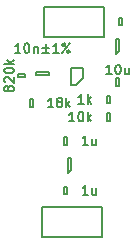
<source format=gto>
G04 #@! TF.FileFunction,Legend,Top*
%FSLAX46Y46*%
G04 Gerber Fmt 4.6, Leading zero omitted, Abs format (unit mm)*
G04 Created by KiCad (PCBNEW (2016-06-01 BZR 6870, Git 0ccd3bb)-product) date 07/21/16 14:30:39*
%MOMM*%
%LPD*%
G01*
G04 APERTURE LIST*
%ADD10C,0.150000*%
G04 APERTURE END LIST*
D10*
X66350000Y-36900000D02*
X65950000Y-36900000D01*
X65950000Y-36900000D02*
X65950000Y-35400000D01*
X65950000Y-35400000D02*
X66950000Y-35400000D01*
X66950000Y-35400000D02*
X66950000Y-36300000D01*
X66950000Y-36300000D02*
X66350000Y-36900000D01*
X69775000Y-34250000D02*
X69775000Y-34250000D01*
X69775000Y-34250000D02*
X69775000Y-32950000D01*
X69775000Y-32950000D02*
X70025000Y-32950000D01*
X70025000Y-32950000D02*
X70025000Y-34000000D01*
X70025000Y-34000000D02*
X69775000Y-34250000D01*
X64050000Y-35775000D02*
X64050000Y-36025000D01*
X64050000Y-36025000D02*
X62950000Y-36025000D01*
X62950000Y-36025000D02*
X62950000Y-35775000D01*
X62950000Y-35775000D02*
X64050000Y-35775000D01*
X68975000Y-37775000D02*
X69225000Y-37775000D01*
X69225000Y-37775000D02*
X69225000Y-38425000D01*
X69225000Y-38425000D02*
X68975000Y-38425000D01*
X68975000Y-38425000D02*
X68975000Y-37775000D01*
X61425000Y-36225000D02*
X61425000Y-35975000D01*
X61425000Y-35975000D02*
X62075000Y-35975000D01*
X62075000Y-35975000D02*
X62075000Y-36225000D01*
X62075000Y-36225000D02*
X61425000Y-36225000D01*
X69975000Y-31175000D02*
X70225000Y-31175000D01*
X70225000Y-31175000D02*
X70225000Y-31825000D01*
X70225000Y-31825000D02*
X69975000Y-31825000D01*
X69975000Y-31825000D02*
X69975000Y-31175000D01*
X68975000Y-39275000D02*
X69225000Y-39275000D01*
X69225000Y-39275000D02*
X69225000Y-39925000D01*
X69225000Y-39925000D02*
X68975000Y-39925000D01*
X68975000Y-39925000D02*
X68975000Y-39275000D01*
X62675000Y-38725000D02*
X62425000Y-38725000D01*
X62425000Y-38725000D02*
X62425000Y-38075000D01*
X62425000Y-38075000D02*
X62675000Y-38075000D01*
X62675000Y-38075000D02*
X62675000Y-38725000D01*
X69775000Y-36275000D02*
X70025000Y-36275000D01*
X70025000Y-36275000D02*
X70025000Y-36925000D01*
X70025000Y-36925000D02*
X69775000Y-36925000D01*
X69775000Y-36925000D02*
X69775000Y-36275000D01*
X65625000Y-46125000D02*
X65375000Y-46125000D01*
X65375000Y-46125000D02*
X65375000Y-45475000D01*
X65375000Y-45475000D02*
X65625000Y-45475000D01*
X65625000Y-45475000D02*
X65625000Y-46125000D01*
X65375000Y-41275000D02*
X65625000Y-41275000D01*
X65625000Y-41275000D02*
X65625000Y-41925000D01*
X65625000Y-41925000D02*
X65375000Y-41925000D01*
X65375000Y-41925000D02*
X65375000Y-41275000D01*
X63460000Y-47230000D02*
X68540000Y-47230000D01*
X68540000Y-47230000D02*
X68540000Y-49770000D01*
X68540000Y-49770000D02*
X63460000Y-49770000D01*
X63460000Y-49770000D02*
X63460000Y-47230000D01*
X63660000Y-30230000D02*
X68740000Y-30230000D01*
X68740000Y-30230000D02*
X68740000Y-32770000D01*
X68740000Y-32770000D02*
X63660000Y-32770000D01*
X63660000Y-32770000D02*
X63660000Y-30230000D01*
X65675000Y-44350000D02*
X65675000Y-44350000D01*
X65675000Y-44350000D02*
X65675000Y-43050000D01*
X65675000Y-43050000D02*
X65925000Y-43050000D01*
X65925000Y-43050000D02*
X65925000Y-44100000D01*
X65925000Y-44100000D02*
X65675000Y-44350000D01*
X61652380Y-34161904D02*
X61195238Y-34161904D01*
X61423809Y-34161904D02*
X61423809Y-33361904D01*
X61347619Y-33476190D01*
X61271428Y-33552380D01*
X61195238Y-33590476D01*
X62147619Y-33361904D02*
X62223809Y-33361904D01*
X62300000Y-33400000D01*
X62338095Y-33438095D01*
X62376190Y-33514285D01*
X62414285Y-33666666D01*
X62414285Y-33857142D01*
X62376190Y-34009523D01*
X62338095Y-34085714D01*
X62300000Y-34123809D01*
X62223809Y-34161904D01*
X62147619Y-34161904D01*
X62071428Y-34123809D01*
X62033333Y-34085714D01*
X61995238Y-34009523D01*
X61957142Y-33857142D01*
X61957142Y-33666666D01*
X61995238Y-33514285D01*
X62033333Y-33438095D01*
X62071428Y-33400000D01*
X62147619Y-33361904D01*
X62757142Y-33628571D02*
X62757142Y-34161904D01*
X62757142Y-33704761D02*
X62795238Y-33666666D01*
X62871428Y-33628571D01*
X62985714Y-33628571D01*
X63061904Y-33666666D01*
X63100000Y-33742857D01*
X63100000Y-34161904D01*
X63480952Y-33704761D02*
X64090476Y-33704761D01*
X63785714Y-34009523D02*
X63785714Y-33400000D01*
X64090476Y-34161904D02*
X63480952Y-34161904D01*
X64890476Y-34161904D02*
X64433333Y-34161904D01*
X64661904Y-34161904D02*
X64661904Y-33361904D01*
X64585714Y-33476190D01*
X64509523Y-33552380D01*
X64433333Y-33590476D01*
X65195238Y-34161904D02*
X65804761Y-33361904D01*
X65309523Y-33361904D02*
X65385714Y-33400000D01*
X65423809Y-33476190D01*
X65385714Y-33552380D01*
X65309523Y-33590476D01*
X65233333Y-33552380D01*
X65195238Y-33476190D01*
X65233333Y-33400000D01*
X65309523Y-33361904D01*
X65766666Y-34123809D02*
X65804761Y-34047619D01*
X65766666Y-33971428D01*
X65690476Y-33933333D01*
X65614285Y-33971428D01*
X65576190Y-34047619D01*
X65614285Y-34123809D01*
X65690476Y-34161904D01*
X65766666Y-34123809D01*
X67004761Y-38461904D02*
X66547619Y-38461904D01*
X66776190Y-38461904D02*
X66776190Y-37661904D01*
X66700000Y-37776190D01*
X66623809Y-37852380D01*
X66547619Y-37890476D01*
X67347619Y-38461904D02*
X67347619Y-37661904D01*
X67423809Y-38157142D02*
X67652380Y-38461904D01*
X67652380Y-37928571D02*
X67347619Y-38233333D01*
X60604761Y-37261904D02*
X60566666Y-37338095D01*
X60528571Y-37376190D01*
X60452380Y-37414285D01*
X60414285Y-37414285D01*
X60338095Y-37376190D01*
X60300000Y-37338095D01*
X60261904Y-37261904D01*
X60261904Y-37109523D01*
X60300000Y-37033333D01*
X60338095Y-36995238D01*
X60414285Y-36957142D01*
X60452380Y-36957142D01*
X60528571Y-36995238D01*
X60566666Y-37033333D01*
X60604761Y-37109523D01*
X60604761Y-37261904D01*
X60642857Y-37338095D01*
X60680952Y-37376190D01*
X60757142Y-37414285D01*
X60909523Y-37414285D01*
X60985714Y-37376190D01*
X61023809Y-37338095D01*
X61061904Y-37261904D01*
X61061904Y-37109523D01*
X61023809Y-37033333D01*
X60985714Y-36995238D01*
X60909523Y-36957142D01*
X60757142Y-36957142D01*
X60680952Y-36995238D01*
X60642857Y-37033333D01*
X60604761Y-37109523D01*
X60338095Y-36652380D02*
X60300000Y-36614285D01*
X60261904Y-36538095D01*
X60261904Y-36347619D01*
X60300000Y-36271428D01*
X60338095Y-36233333D01*
X60414285Y-36195238D01*
X60490476Y-36195238D01*
X60604761Y-36233333D01*
X61061904Y-36690476D01*
X61061904Y-36195238D01*
X60261904Y-35700000D02*
X60261904Y-35623809D01*
X60300000Y-35547619D01*
X60338095Y-35509523D01*
X60414285Y-35471428D01*
X60566666Y-35433333D01*
X60757142Y-35433333D01*
X60909523Y-35471428D01*
X60985714Y-35509523D01*
X61023809Y-35547619D01*
X61061904Y-35623809D01*
X61061904Y-35700000D01*
X61023809Y-35776190D01*
X60985714Y-35814285D01*
X60909523Y-35852380D01*
X60757142Y-35890476D01*
X60566666Y-35890476D01*
X60414285Y-35852380D01*
X60338095Y-35814285D01*
X60300000Y-35776190D01*
X60261904Y-35700000D01*
X61061904Y-35090476D02*
X60261904Y-35090476D01*
X60757142Y-35014285D02*
X61061904Y-34785714D01*
X60528571Y-34785714D02*
X60833333Y-35090476D01*
X66223809Y-39961904D02*
X65766666Y-39961904D01*
X65995238Y-39961904D02*
X65995238Y-39161904D01*
X65919047Y-39276190D01*
X65842857Y-39352380D01*
X65766666Y-39390476D01*
X66719047Y-39161904D02*
X66795238Y-39161904D01*
X66871428Y-39200000D01*
X66909523Y-39238095D01*
X66947619Y-39314285D01*
X66985714Y-39466666D01*
X66985714Y-39657142D01*
X66947619Y-39809523D01*
X66909523Y-39885714D01*
X66871428Y-39923809D01*
X66795238Y-39961904D01*
X66719047Y-39961904D01*
X66642857Y-39923809D01*
X66604761Y-39885714D01*
X66566666Y-39809523D01*
X66528571Y-39657142D01*
X66528571Y-39466666D01*
X66566666Y-39314285D01*
X66604761Y-39238095D01*
X66642857Y-39200000D01*
X66719047Y-39161904D01*
X67328571Y-39961904D02*
X67328571Y-39161904D01*
X67404761Y-39657142D02*
X67633333Y-39961904D01*
X67633333Y-39428571D02*
X67328571Y-39733333D01*
X64423809Y-38761904D02*
X63966666Y-38761904D01*
X64195238Y-38761904D02*
X64195238Y-37961904D01*
X64119047Y-38076190D01*
X64042857Y-38152380D01*
X63966666Y-38190476D01*
X64880952Y-38304761D02*
X64804761Y-38266666D01*
X64766666Y-38228571D01*
X64728571Y-38152380D01*
X64728571Y-38114285D01*
X64766666Y-38038095D01*
X64804761Y-38000000D01*
X64880952Y-37961904D01*
X65033333Y-37961904D01*
X65109523Y-38000000D01*
X65147619Y-38038095D01*
X65185714Y-38114285D01*
X65185714Y-38152380D01*
X65147619Y-38228571D01*
X65109523Y-38266666D01*
X65033333Y-38304761D01*
X64880952Y-38304761D01*
X64804761Y-38342857D01*
X64766666Y-38380952D01*
X64728571Y-38457142D01*
X64728571Y-38609523D01*
X64766666Y-38685714D01*
X64804761Y-38723809D01*
X64880952Y-38761904D01*
X65033333Y-38761904D01*
X65109523Y-38723809D01*
X65147619Y-38685714D01*
X65185714Y-38609523D01*
X65185714Y-38457142D01*
X65147619Y-38380952D01*
X65109523Y-38342857D01*
X65033333Y-38304761D01*
X65528571Y-38761904D02*
X65528571Y-37961904D01*
X65604761Y-38457142D02*
X65833333Y-38761904D01*
X65833333Y-38228571D02*
X65528571Y-38533333D01*
X69385714Y-35961904D02*
X68928571Y-35961904D01*
X69157142Y-35961904D02*
X69157142Y-35161904D01*
X69080952Y-35276190D01*
X69004761Y-35352380D01*
X68928571Y-35390476D01*
X69880952Y-35161904D02*
X69957142Y-35161904D01*
X70033333Y-35200000D01*
X70071428Y-35238095D01*
X70109523Y-35314285D01*
X70147619Y-35466666D01*
X70147619Y-35657142D01*
X70109523Y-35809523D01*
X70071428Y-35885714D01*
X70033333Y-35923809D01*
X69957142Y-35961904D01*
X69880952Y-35961904D01*
X69804761Y-35923809D01*
X69766666Y-35885714D01*
X69728571Y-35809523D01*
X69690476Y-35657142D01*
X69690476Y-35466666D01*
X69728571Y-35314285D01*
X69766666Y-35238095D01*
X69804761Y-35200000D01*
X69880952Y-35161904D01*
X70833333Y-35428571D02*
X70833333Y-35961904D01*
X70490476Y-35428571D02*
X70490476Y-35847619D01*
X70528571Y-35923809D01*
X70604761Y-35961904D01*
X70719047Y-35961904D01*
X70795238Y-35923809D01*
X70833333Y-35885714D01*
X67366666Y-46161904D02*
X66909523Y-46161904D01*
X67138095Y-46161904D02*
X67138095Y-45361904D01*
X67061904Y-45476190D01*
X66985714Y-45552380D01*
X66909523Y-45590476D01*
X68052380Y-45628571D02*
X68052380Y-46161904D01*
X67709523Y-45628571D02*
X67709523Y-46047619D01*
X67747619Y-46123809D01*
X67823809Y-46161904D01*
X67938095Y-46161904D01*
X68014285Y-46123809D01*
X68052380Y-46085714D01*
X67366666Y-41961904D02*
X66909523Y-41961904D01*
X67138095Y-41961904D02*
X67138095Y-41161904D01*
X67061904Y-41276190D01*
X66985714Y-41352380D01*
X66909523Y-41390476D01*
X68052380Y-41428571D02*
X68052380Y-41961904D01*
X67709523Y-41428571D02*
X67709523Y-41847619D01*
X67747619Y-41923809D01*
X67823809Y-41961904D01*
X67938095Y-41961904D01*
X68014285Y-41923809D01*
X68052380Y-41885714D01*
M02*

</source>
